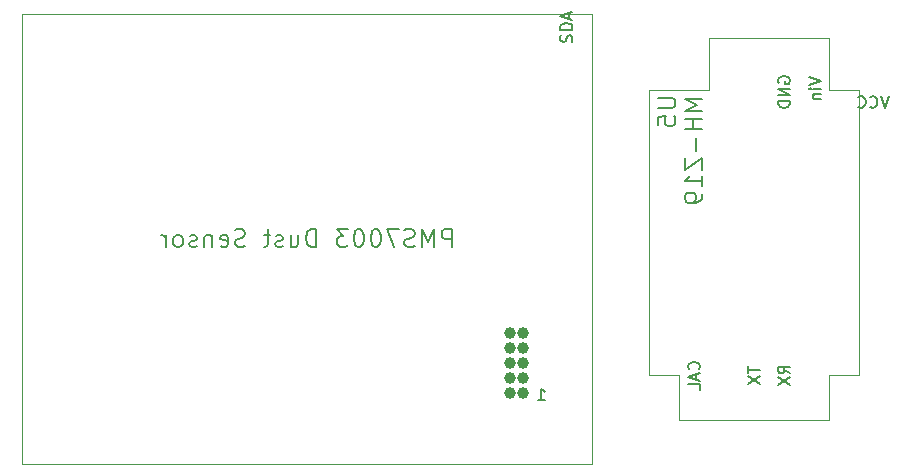
<source format=gbr>
%TF.GenerationSoftware,KiCad,Pcbnew,7.0.11*%
%TF.CreationDate,2024-10-30T13:42:53+11:00*%
%TF.ProjectId,iaq_device,6961715f-6465-4766-9963-652e6b696361,rev?*%
%TF.SameCoordinates,Original*%
%TF.FileFunction,Legend,Bot*%
%TF.FilePolarity,Positive*%
%FSLAX46Y46*%
G04 Gerber Fmt 4.6, Leading zero omitted, Abs format (unit mm)*
G04 Created by KiCad (PCBNEW 7.0.11) date 2024-10-30 13:42:53*
%MOMM*%
%LPD*%
G01*
G04 APERTURE LIST*
%ADD10C,0.150000*%
%ADD11C,0.200000*%
%ADD12C,0.120000*%
%ADD13C,1.000000*%
G04 APERTURE END LIST*
D10*
X146838200Y-79319285D02*
X146885819Y-79176428D01*
X146885819Y-79176428D02*
X146885819Y-78938333D01*
X146885819Y-78938333D02*
X146838200Y-78843095D01*
X146838200Y-78843095D02*
X146790580Y-78795476D01*
X146790580Y-78795476D02*
X146695342Y-78747857D01*
X146695342Y-78747857D02*
X146600104Y-78747857D01*
X146600104Y-78747857D02*
X146504866Y-78795476D01*
X146504866Y-78795476D02*
X146457247Y-78843095D01*
X146457247Y-78843095D02*
X146409628Y-78938333D01*
X146409628Y-78938333D02*
X146362009Y-79128809D01*
X146362009Y-79128809D02*
X146314390Y-79224047D01*
X146314390Y-79224047D02*
X146266771Y-79271666D01*
X146266771Y-79271666D02*
X146171533Y-79319285D01*
X146171533Y-79319285D02*
X146076295Y-79319285D01*
X146076295Y-79319285D02*
X145981057Y-79271666D01*
X145981057Y-79271666D02*
X145933438Y-79224047D01*
X145933438Y-79224047D02*
X145885819Y-79128809D01*
X145885819Y-79128809D02*
X145885819Y-78890714D01*
X145885819Y-78890714D02*
X145933438Y-78747857D01*
X146885819Y-78319285D02*
X145885819Y-78319285D01*
X145885819Y-78319285D02*
X145885819Y-78081190D01*
X145885819Y-78081190D02*
X145933438Y-77938333D01*
X145933438Y-77938333D02*
X146028676Y-77843095D01*
X146028676Y-77843095D02*
X146123914Y-77795476D01*
X146123914Y-77795476D02*
X146314390Y-77747857D01*
X146314390Y-77747857D02*
X146457247Y-77747857D01*
X146457247Y-77747857D02*
X146647723Y-77795476D01*
X146647723Y-77795476D02*
X146742961Y-77843095D01*
X146742961Y-77843095D02*
X146838200Y-77938333D01*
X146838200Y-77938333D02*
X146885819Y-78081190D01*
X146885819Y-78081190D02*
X146885819Y-78319285D01*
X146600104Y-77366904D02*
X146600104Y-76890714D01*
X146885819Y-77462142D02*
X145885819Y-77128809D01*
X145885819Y-77128809D02*
X146885819Y-76795476D01*
X173672332Y-83909819D02*
X173338999Y-84909819D01*
X173338999Y-84909819D02*
X173005666Y-83909819D01*
X172100904Y-84814580D02*
X172148523Y-84862200D01*
X172148523Y-84862200D02*
X172291380Y-84909819D01*
X172291380Y-84909819D02*
X172386618Y-84909819D01*
X172386618Y-84909819D02*
X172529475Y-84862200D01*
X172529475Y-84862200D02*
X172624713Y-84766961D01*
X172624713Y-84766961D02*
X172672332Y-84671723D01*
X172672332Y-84671723D02*
X172719951Y-84481247D01*
X172719951Y-84481247D02*
X172719951Y-84338390D01*
X172719951Y-84338390D02*
X172672332Y-84147914D01*
X172672332Y-84147914D02*
X172624713Y-84052676D01*
X172624713Y-84052676D02*
X172529475Y-83957438D01*
X172529475Y-83957438D02*
X172386618Y-83909819D01*
X172386618Y-83909819D02*
X172291380Y-83909819D01*
X172291380Y-83909819D02*
X172148523Y-83957438D01*
X172148523Y-83957438D02*
X172100904Y-84005057D01*
X171100904Y-84814580D02*
X171148523Y-84862200D01*
X171148523Y-84862200D02*
X171291380Y-84909819D01*
X171291380Y-84909819D02*
X171386618Y-84909819D01*
X171386618Y-84909819D02*
X171529475Y-84862200D01*
X171529475Y-84862200D02*
X171624713Y-84766961D01*
X171624713Y-84766961D02*
X171672332Y-84671723D01*
X171672332Y-84671723D02*
X171719951Y-84481247D01*
X171719951Y-84481247D02*
X171719951Y-84338390D01*
X171719951Y-84338390D02*
X171672332Y-84147914D01*
X171672332Y-84147914D02*
X171624713Y-84052676D01*
X171624713Y-84052676D02*
X171529475Y-83957438D01*
X171529475Y-83957438D02*
X171386618Y-83909819D01*
X171386618Y-83909819D02*
X171291380Y-83909819D01*
X171291380Y-83909819D02*
X171148523Y-83957438D01*
X171148523Y-83957438D02*
X171100904Y-84005057D01*
D11*
X154123528Y-84074142D02*
X155337814Y-84074142D01*
X155337814Y-84074142D02*
X155480671Y-84145571D01*
X155480671Y-84145571D02*
X155552100Y-84217000D01*
X155552100Y-84217000D02*
X155623528Y-84359857D01*
X155623528Y-84359857D02*
X155623528Y-84645571D01*
X155623528Y-84645571D02*
X155552100Y-84788428D01*
X155552100Y-84788428D02*
X155480671Y-84859857D01*
X155480671Y-84859857D02*
X155337814Y-84931285D01*
X155337814Y-84931285D02*
X154123528Y-84931285D01*
X154123528Y-86359857D02*
X154123528Y-85645571D01*
X154123528Y-85645571D02*
X154837814Y-85574143D01*
X154837814Y-85574143D02*
X154766385Y-85645571D01*
X154766385Y-85645571D02*
X154694957Y-85788429D01*
X154694957Y-85788429D02*
X154694957Y-86145571D01*
X154694957Y-86145571D02*
X154766385Y-86288429D01*
X154766385Y-86288429D02*
X154837814Y-86359857D01*
X154837814Y-86359857D02*
X154980671Y-86431286D01*
X154980671Y-86431286D02*
X155337814Y-86431286D01*
X155337814Y-86431286D02*
X155480671Y-86359857D01*
X155480671Y-86359857D02*
X155552100Y-86288429D01*
X155552100Y-86288429D02*
X155623528Y-86145571D01*
X155623528Y-86145571D02*
X155623528Y-85788429D01*
X155623528Y-85788429D02*
X155552100Y-85645571D01*
X155552100Y-85645571D02*
X155480671Y-85574143D01*
D10*
X166967819Y-82288191D02*
X167967819Y-82621524D01*
X167967819Y-82621524D02*
X166967819Y-82954857D01*
X167967819Y-83288191D02*
X167301152Y-83288191D01*
X166967819Y-83288191D02*
X167015438Y-83240572D01*
X167015438Y-83240572D02*
X167063057Y-83288191D01*
X167063057Y-83288191D02*
X167015438Y-83335810D01*
X167015438Y-83335810D02*
X166967819Y-83288191D01*
X166967819Y-83288191D02*
X167063057Y-83288191D01*
X167301152Y-83764381D02*
X167967819Y-83764381D01*
X167396390Y-83764381D02*
X167348771Y-83812000D01*
X167348771Y-83812000D02*
X167301152Y-83907238D01*
X167301152Y-83907238D02*
X167301152Y-84050095D01*
X167301152Y-84050095D02*
X167348771Y-84145333D01*
X167348771Y-84145333D02*
X167444009Y-84192952D01*
X167444009Y-84192952D02*
X167967819Y-84192952D01*
X165300819Y-107402333D02*
X164824628Y-107069000D01*
X165300819Y-106830905D02*
X164300819Y-106830905D01*
X164300819Y-106830905D02*
X164300819Y-107211857D01*
X164300819Y-107211857D02*
X164348438Y-107307095D01*
X164348438Y-107307095D02*
X164396057Y-107354714D01*
X164396057Y-107354714D02*
X164491295Y-107402333D01*
X164491295Y-107402333D02*
X164634152Y-107402333D01*
X164634152Y-107402333D02*
X164729390Y-107354714D01*
X164729390Y-107354714D02*
X164777009Y-107307095D01*
X164777009Y-107307095D02*
X164824628Y-107211857D01*
X164824628Y-107211857D02*
X164824628Y-106830905D01*
X164300819Y-107735667D02*
X165300819Y-108402333D01*
X164300819Y-108402333D02*
X165300819Y-107735667D01*
D11*
X157909528Y-84161857D02*
X156409528Y-84161857D01*
X156409528Y-84161857D02*
X157480957Y-84661857D01*
X157480957Y-84661857D02*
X156409528Y-85161857D01*
X156409528Y-85161857D02*
X157909528Y-85161857D01*
X157909528Y-85876143D02*
X156409528Y-85876143D01*
X157123814Y-85876143D02*
X157123814Y-86733286D01*
X157909528Y-86733286D02*
X156409528Y-86733286D01*
X157338100Y-87447572D02*
X157338100Y-88590430D01*
X156409528Y-89161858D02*
X156409528Y-90161858D01*
X156409528Y-90161858D02*
X157909528Y-89161858D01*
X157909528Y-89161858D02*
X157909528Y-90161858D01*
X157909528Y-91519001D02*
X157909528Y-90661858D01*
X157909528Y-91090429D02*
X156409528Y-91090429D01*
X156409528Y-91090429D02*
X156623814Y-90947572D01*
X156623814Y-90947572D02*
X156766671Y-90804715D01*
X156766671Y-90804715D02*
X156838100Y-90661858D01*
X157909528Y-92233286D02*
X157909528Y-92519000D01*
X157909528Y-92519000D02*
X157838100Y-92661857D01*
X157838100Y-92661857D02*
X157766671Y-92733286D01*
X157766671Y-92733286D02*
X157552385Y-92876143D01*
X157552385Y-92876143D02*
X157266671Y-92947572D01*
X157266671Y-92947572D02*
X156695242Y-92947572D01*
X156695242Y-92947572D02*
X156552385Y-92876143D01*
X156552385Y-92876143D02*
X156480957Y-92804715D01*
X156480957Y-92804715D02*
X156409528Y-92661857D01*
X156409528Y-92661857D02*
X156409528Y-92376143D01*
X156409528Y-92376143D02*
X156480957Y-92233286D01*
X156480957Y-92233286D02*
X156552385Y-92161857D01*
X156552385Y-92161857D02*
X156695242Y-92090429D01*
X156695242Y-92090429D02*
X157052385Y-92090429D01*
X157052385Y-92090429D02*
X157195242Y-92161857D01*
X157195242Y-92161857D02*
X157266671Y-92233286D01*
X157266671Y-92233286D02*
X157338100Y-92376143D01*
X157338100Y-92376143D02*
X157338100Y-92661857D01*
X157338100Y-92661857D02*
X157266671Y-92804715D01*
X157266671Y-92804715D02*
X157195242Y-92876143D01*
X157195242Y-92876143D02*
X157052385Y-92947572D01*
D10*
X164348438Y-82804095D02*
X164300819Y-82708857D01*
X164300819Y-82708857D02*
X164300819Y-82566000D01*
X164300819Y-82566000D02*
X164348438Y-82423143D01*
X164348438Y-82423143D02*
X164443676Y-82327905D01*
X164443676Y-82327905D02*
X164538914Y-82280286D01*
X164538914Y-82280286D02*
X164729390Y-82232667D01*
X164729390Y-82232667D02*
X164872247Y-82232667D01*
X164872247Y-82232667D02*
X165062723Y-82280286D01*
X165062723Y-82280286D02*
X165157961Y-82327905D01*
X165157961Y-82327905D02*
X165253200Y-82423143D01*
X165253200Y-82423143D02*
X165300819Y-82566000D01*
X165300819Y-82566000D02*
X165300819Y-82661238D01*
X165300819Y-82661238D02*
X165253200Y-82804095D01*
X165253200Y-82804095D02*
X165205580Y-82851714D01*
X165205580Y-82851714D02*
X164872247Y-82851714D01*
X164872247Y-82851714D02*
X164872247Y-82661238D01*
X165300819Y-83280286D02*
X164300819Y-83280286D01*
X164300819Y-83280286D02*
X165300819Y-83851714D01*
X165300819Y-83851714D02*
X164300819Y-83851714D01*
X165300819Y-84327905D02*
X164300819Y-84327905D01*
X164300819Y-84327905D02*
X164300819Y-84566000D01*
X164300819Y-84566000D02*
X164348438Y-84708857D01*
X164348438Y-84708857D02*
X164443676Y-84804095D01*
X164443676Y-84804095D02*
X164538914Y-84851714D01*
X164538914Y-84851714D02*
X164729390Y-84899333D01*
X164729390Y-84899333D02*
X164872247Y-84899333D01*
X164872247Y-84899333D02*
X165062723Y-84851714D01*
X165062723Y-84851714D02*
X165157961Y-84804095D01*
X165157961Y-84804095D02*
X165253200Y-84708857D01*
X165253200Y-84708857D02*
X165300819Y-84566000D01*
X165300819Y-84566000D02*
X165300819Y-84327905D01*
X161760819Y-106807095D02*
X161760819Y-107378523D01*
X162760819Y-107092809D02*
X161760819Y-107092809D01*
X161760819Y-107616619D02*
X162760819Y-108283285D01*
X161760819Y-108283285D02*
X162760819Y-107616619D01*
X157585580Y-107045190D02*
X157633200Y-106997571D01*
X157633200Y-106997571D02*
X157680819Y-106854714D01*
X157680819Y-106854714D02*
X157680819Y-106759476D01*
X157680819Y-106759476D02*
X157633200Y-106616619D01*
X157633200Y-106616619D02*
X157537961Y-106521381D01*
X157537961Y-106521381D02*
X157442723Y-106473762D01*
X157442723Y-106473762D02*
X157252247Y-106426143D01*
X157252247Y-106426143D02*
X157109390Y-106426143D01*
X157109390Y-106426143D02*
X156918914Y-106473762D01*
X156918914Y-106473762D02*
X156823676Y-106521381D01*
X156823676Y-106521381D02*
X156728438Y-106616619D01*
X156728438Y-106616619D02*
X156680819Y-106759476D01*
X156680819Y-106759476D02*
X156680819Y-106854714D01*
X156680819Y-106854714D02*
X156728438Y-106997571D01*
X156728438Y-106997571D02*
X156776057Y-107045190D01*
X157395104Y-107426143D02*
X157395104Y-107902333D01*
X157680819Y-107330905D02*
X156680819Y-107664238D01*
X156680819Y-107664238D02*
X157680819Y-107997571D01*
X157680819Y-108807095D02*
X157680819Y-108330905D01*
X157680819Y-108330905D02*
X156680819Y-108330905D01*
D11*
X136674284Y-96695528D02*
X136674284Y-95195528D01*
X136674284Y-95195528D02*
X136102855Y-95195528D01*
X136102855Y-95195528D02*
X135959998Y-95266957D01*
X135959998Y-95266957D02*
X135888569Y-95338385D01*
X135888569Y-95338385D02*
X135817141Y-95481242D01*
X135817141Y-95481242D02*
X135817141Y-95695528D01*
X135817141Y-95695528D02*
X135888569Y-95838385D01*
X135888569Y-95838385D02*
X135959998Y-95909814D01*
X135959998Y-95909814D02*
X136102855Y-95981242D01*
X136102855Y-95981242D02*
X136674284Y-95981242D01*
X135174284Y-96695528D02*
X135174284Y-95195528D01*
X135174284Y-95195528D02*
X134674284Y-96266957D01*
X134674284Y-96266957D02*
X134174284Y-95195528D01*
X134174284Y-95195528D02*
X134174284Y-96695528D01*
X133531426Y-96624100D02*
X133317141Y-96695528D01*
X133317141Y-96695528D02*
X132959998Y-96695528D01*
X132959998Y-96695528D02*
X132817141Y-96624100D01*
X132817141Y-96624100D02*
X132745712Y-96552671D01*
X132745712Y-96552671D02*
X132674283Y-96409814D01*
X132674283Y-96409814D02*
X132674283Y-96266957D01*
X132674283Y-96266957D02*
X132745712Y-96124100D01*
X132745712Y-96124100D02*
X132817141Y-96052671D01*
X132817141Y-96052671D02*
X132959998Y-95981242D01*
X132959998Y-95981242D02*
X133245712Y-95909814D01*
X133245712Y-95909814D02*
X133388569Y-95838385D01*
X133388569Y-95838385D02*
X133459998Y-95766957D01*
X133459998Y-95766957D02*
X133531426Y-95624100D01*
X133531426Y-95624100D02*
X133531426Y-95481242D01*
X133531426Y-95481242D02*
X133459998Y-95338385D01*
X133459998Y-95338385D02*
X133388569Y-95266957D01*
X133388569Y-95266957D02*
X133245712Y-95195528D01*
X133245712Y-95195528D02*
X132888569Y-95195528D01*
X132888569Y-95195528D02*
X132674283Y-95266957D01*
X132174284Y-95195528D02*
X131174284Y-95195528D01*
X131174284Y-95195528D02*
X131817141Y-96695528D01*
X130317141Y-95195528D02*
X130174284Y-95195528D01*
X130174284Y-95195528D02*
X130031427Y-95266957D01*
X130031427Y-95266957D02*
X129959999Y-95338385D01*
X129959999Y-95338385D02*
X129888570Y-95481242D01*
X129888570Y-95481242D02*
X129817141Y-95766957D01*
X129817141Y-95766957D02*
X129817141Y-96124100D01*
X129817141Y-96124100D02*
X129888570Y-96409814D01*
X129888570Y-96409814D02*
X129959999Y-96552671D01*
X129959999Y-96552671D02*
X130031427Y-96624100D01*
X130031427Y-96624100D02*
X130174284Y-96695528D01*
X130174284Y-96695528D02*
X130317141Y-96695528D01*
X130317141Y-96695528D02*
X130459999Y-96624100D01*
X130459999Y-96624100D02*
X130531427Y-96552671D01*
X130531427Y-96552671D02*
X130602856Y-96409814D01*
X130602856Y-96409814D02*
X130674284Y-96124100D01*
X130674284Y-96124100D02*
X130674284Y-95766957D01*
X130674284Y-95766957D02*
X130602856Y-95481242D01*
X130602856Y-95481242D02*
X130531427Y-95338385D01*
X130531427Y-95338385D02*
X130459999Y-95266957D01*
X130459999Y-95266957D02*
X130317141Y-95195528D01*
X128888570Y-95195528D02*
X128745713Y-95195528D01*
X128745713Y-95195528D02*
X128602856Y-95266957D01*
X128602856Y-95266957D02*
X128531428Y-95338385D01*
X128531428Y-95338385D02*
X128459999Y-95481242D01*
X128459999Y-95481242D02*
X128388570Y-95766957D01*
X128388570Y-95766957D02*
X128388570Y-96124100D01*
X128388570Y-96124100D02*
X128459999Y-96409814D01*
X128459999Y-96409814D02*
X128531428Y-96552671D01*
X128531428Y-96552671D02*
X128602856Y-96624100D01*
X128602856Y-96624100D02*
X128745713Y-96695528D01*
X128745713Y-96695528D02*
X128888570Y-96695528D01*
X128888570Y-96695528D02*
X129031428Y-96624100D01*
X129031428Y-96624100D02*
X129102856Y-96552671D01*
X129102856Y-96552671D02*
X129174285Y-96409814D01*
X129174285Y-96409814D02*
X129245713Y-96124100D01*
X129245713Y-96124100D02*
X129245713Y-95766957D01*
X129245713Y-95766957D02*
X129174285Y-95481242D01*
X129174285Y-95481242D02*
X129102856Y-95338385D01*
X129102856Y-95338385D02*
X129031428Y-95266957D01*
X129031428Y-95266957D02*
X128888570Y-95195528D01*
X127888571Y-95195528D02*
X126959999Y-95195528D01*
X126959999Y-95195528D02*
X127459999Y-95766957D01*
X127459999Y-95766957D02*
X127245714Y-95766957D01*
X127245714Y-95766957D02*
X127102857Y-95838385D01*
X127102857Y-95838385D02*
X127031428Y-95909814D01*
X127031428Y-95909814D02*
X126959999Y-96052671D01*
X126959999Y-96052671D02*
X126959999Y-96409814D01*
X126959999Y-96409814D02*
X127031428Y-96552671D01*
X127031428Y-96552671D02*
X127102857Y-96624100D01*
X127102857Y-96624100D02*
X127245714Y-96695528D01*
X127245714Y-96695528D02*
X127674285Y-96695528D01*
X127674285Y-96695528D02*
X127817142Y-96624100D01*
X127817142Y-96624100D02*
X127888571Y-96552671D01*
X125174286Y-96695528D02*
X125174286Y-95195528D01*
X125174286Y-95195528D02*
X124817143Y-95195528D01*
X124817143Y-95195528D02*
X124602857Y-95266957D01*
X124602857Y-95266957D02*
X124460000Y-95409814D01*
X124460000Y-95409814D02*
X124388571Y-95552671D01*
X124388571Y-95552671D02*
X124317143Y-95838385D01*
X124317143Y-95838385D02*
X124317143Y-96052671D01*
X124317143Y-96052671D02*
X124388571Y-96338385D01*
X124388571Y-96338385D02*
X124460000Y-96481242D01*
X124460000Y-96481242D02*
X124602857Y-96624100D01*
X124602857Y-96624100D02*
X124817143Y-96695528D01*
X124817143Y-96695528D02*
X125174286Y-96695528D01*
X123031429Y-95695528D02*
X123031429Y-96695528D01*
X123674286Y-95695528D02*
X123674286Y-96481242D01*
X123674286Y-96481242D02*
X123602857Y-96624100D01*
X123602857Y-96624100D02*
X123460000Y-96695528D01*
X123460000Y-96695528D02*
X123245714Y-96695528D01*
X123245714Y-96695528D02*
X123102857Y-96624100D01*
X123102857Y-96624100D02*
X123031429Y-96552671D01*
X122388571Y-96624100D02*
X122245714Y-96695528D01*
X122245714Y-96695528D02*
X121960000Y-96695528D01*
X121960000Y-96695528D02*
X121817143Y-96624100D01*
X121817143Y-96624100D02*
X121745714Y-96481242D01*
X121745714Y-96481242D02*
X121745714Y-96409814D01*
X121745714Y-96409814D02*
X121817143Y-96266957D01*
X121817143Y-96266957D02*
X121960000Y-96195528D01*
X121960000Y-96195528D02*
X122174286Y-96195528D01*
X122174286Y-96195528D02*
X122317143Y-96124100D01*
X122317143Y-96124100D02*
X122388571Y-95981242D01*
X122388571Y-95981242D02*
X122388571Y-95909814D01*
X122388571Y-95909814D02*
X122317143Y-95766957D01*
X122317143Y-95766957D02*
X122174286Y-95695528D01*
X122174286Y-95695528D02*
X121960000Y-95695528D01*
X121960000Y-95695528D02*
X121817143Y-95766957D01*
X121317142Y-95695528D02*
X120745714Y-95695528D01*
X121102857Y-95195528D02*
X121102857Y-96481242D01*
X121102857Y-96481242D02*
X121031428Y-96624100D01*
X121031428Y-96624100D02*
X120888571Y-96695528D01*
X120888571Y-96695528D02*
X120745714Y-96695528D01*
X119174285Y-96624100D02*
X118960000Y-96695528D01*
X118960000Y-96695528D02*
X118602857Y-96695528D01*
X118602857Y-96695528D02*
X118460000Y-96624100D01*
X118460000Y-96624100D02*
X118388571Y-96552671D01*
X118388571Y-96552671D02*
X118317142Y-96409814D01*
X118317142Y-96409814D02*
X118317142Y-96266957D01*
X118317142Y-96266957D02*
X118388571Y-96124100D01*
X118388571Y-96124100D02*
X118460000Y-96052671D01*
X118460000Y-96052671D02*
X118602857Y-95981242D01*
X118602857Y-95981242D02*
X118888571Y-95909814D01*
X118888571Y-95909814D02*
X119031428Y-95838385D01*
X119031428Y-95838385D02*
X119102857Y-95766957D01*
X119102857Y-95766957D02*
X119174285Y-95624100D01*
X119174285Y-95624100D02*
X119174285Y-95481242D01*
X119174285Y-95481242D02*
X119102857Y-95338385D01*
X119102857Y-95338385D02*
X119031428Y-95266957D01*
X119031428Y-95266957D02*
X118888571Y-95195528D01*
X118888571Y-95195528D02*
X118531428Y-95195528D01*
X118531428Y-95195528D02*
X118317142Y-95266957D01*
X117102857Y-96624100D02*
X117245714Y-96695528D01*
X117245714Y-96695528D02*
X117531429Y-96695528D01*
X117531429Y-96695528D02*
X117674286Y-96624100D01*
X117674286Y-96624100D02*
X117745714Y-96481242D01*
X117745714Y-96481242D02*
X117745714Y-95909814D01*
X117745714Y-95909814D02*
X117674286Y-95766957D01*
X117674286Y-95766957D02*
X117531429Y-95695528D01*
X117531429Y-95695528D02*
X117245714Y-95695528D01*
X117245714Y-95695528D02*
X117102857Y-95766957D01*
X117102857Y-95766957D02*
X117031429Y-95909814D01*
X117031429Y-95909814D02*
X117031429Y-96052671D01*
X117031429Y-96052671D02*
X117745714Y-96195528D01*
X116388572Y-95695528D02*
X116388572Y-96695528D01*
X116388572Y-95838385D02*
X116317143Y-95766957D01*
X116317143Y-95766957D02*
X116174286Y-95695528D01*
X116174286Y-95695528D02*
X115960000Y-95695528D01*
X115960000Y-95695528D02*
X115817143Y-95766957D01*
X115817143Y-95766957D02*
X115745715Y-95909814D01*
X115745715Y-95909814D02*
X115745715Y-96695528D01*
X115102857Y-96624100D02*
X114960000Y-96695528D01*
X114960000Y-96695528D02*
X114674286Y-96695528D01*
X114674286Y-96695528D02*
X114531429Y-96624100D01*
X114531429Y-96624100D02*
X114460000Y-96481242D01*
X114460000Y-96481242D02*
X114460000Y-96409814D01*
X114460000Y-96409814D02*
X114531429Y-96266957D01*
X114531429Y-96266957D02*
X114674286Y-96195528D01*
X114674286Y-96195528D02*
X114888572Y-96195528D01*
X114888572Y-96195528D02*
X115031429Y-96124100D01*
X115031429Y-96124100D02*
X115102857Y-95981242D01*
X115102857Y-95981242D02*
X115102857Y-95909814D01*
X115102857Y-95909814D02*
X115031429Y-95766957D01*
X115031429Y-95766957D02*
X114888572Y-95695528D01*
X114888572Y-95695528D02*
X114674286Y-95695528D01*
X114674286Y-95695528D02*
X114531429Y-95766957D01*
X113602857Y-96695528D02*
X113745714Y-96624100D01*
X113745714Y-96624100D02*
X113817143Y-96552671D01*
X113817143Y-96552671D02*
X113888571Y-96409814D01*
X113888571Y-96409814D02*
X113888571Y-95981242D01*
X113888571Y-95981242D02*
X113817143Y-95838385D01*
X113817143Y-95838385D02*
X113745714Y-95766957D01*
X113745714Y-95766957D02*
X113602857Y-95695528D01*
X113602857Y-95695528D02*
X113388571Y-95695528D01*
X113388571Y-95695528D02*
X113245714Y-95766957D01*
X113245714Y-95766957D02*
X113174286Y-95838385D01*
X113174286Y-95838385D02*
X113102857Y-95981242D01*
X113102857Y-95981242D02*
X113102857Y-96409814D01*
X113102857Y-96409814D02*
X113174286Y-96552671D01*
X113174286Y-96552671D02*
X113245714Y-96624100D01*
X113245714Y-96624100D02*
X113388571Y-96695528D01*
X113388571Y-96695528D02*
X113602857Y-96695528D01*
X112460000Y-96695528D02*
X112460000Y-95695528D01*
X112460000Y-95981242D02*
X112388571Y-95838385D01*
X112388571Y-95838385D02*
X112317143Y-95766957D01*
X112317143Y-95766957D02*
X112174285Y-95695528D01*
X112174285Y-95695528D02*
X112031428Y-95695528D01*
D10*
X143986285Y-109674819D02*
X144557713Y-109674819D01*
X144271999Y-109674819D02*
X144271999Y-108674819D01*
X144271999Y-108674819D02*
X144367237Y-108817676D01*
X144367237Y-108817676D02*
X144462475Y-108912914D01*
X144462475Y-108912914D02*
X144557713Y-108960533D01*
D12*
X155956000Y-111379000D02*
X155956000Y-108839000D01*
X168656000Y-111379000D02*
X155956000Y-111379000D01*
X155956000Y-108839000D02*
X155956000Y-107569000D01*
X168656000Y-108839000D02*
X168656000Y-111379000D01*
X153416000Y-107569000D02*
X153416000Y-83439000D01*
X155956000Y-107569000D02*
X153416000Y-107569000D01*
X168656000Y-107569000D02*
X168656000Y-108839000D01*
X171196000Y-107569000D02*
X168656000Y-107569000D01*
X153416000Y-83439000D02*
X158496000Y-83439000D01*
X158496000Y-83439000D02*
X158496000Y-82169000D01*
X168656000Y-83439000D02*
X171196000Y-83439000D01*
X171196000Y-83439000D02*
X171196000Y-107569000D01*
X168656000Y-82169000D02*
X168656000Y-83439000D01*
X168656000Y-82169000D02*
X168656000Y-78994000D01*
X158496000Y-78994000D02*
X158496000Y-82169000D01*
X168656000Y-78994000D02*
X158496000Y-78994000D01*
X100330000Y-76962000D02*
X100330000Y-115062000D01*
X100330000Y-115062000D02*
X148590000Y-115062000D01*
X148590000Y-76962000D02*
X100330000Y-76962000D01*
X148590000Y-115062000D02*
X148590000Y-76962000D01*
D13*
X142740000Y-109052000D03*
X141580000Y-109052000D03*
X142740000Y-107782000D03*
X141580000Y-107782000D03*
X142740000Y-106512000D03*
X141580000Y-106512000D03*
X142740000Y-105242000D03*
X141580000Y-105242000D03*
X142740000Y-103972000D03*
X141580000Y-103972000D03*
M02*

</source>
